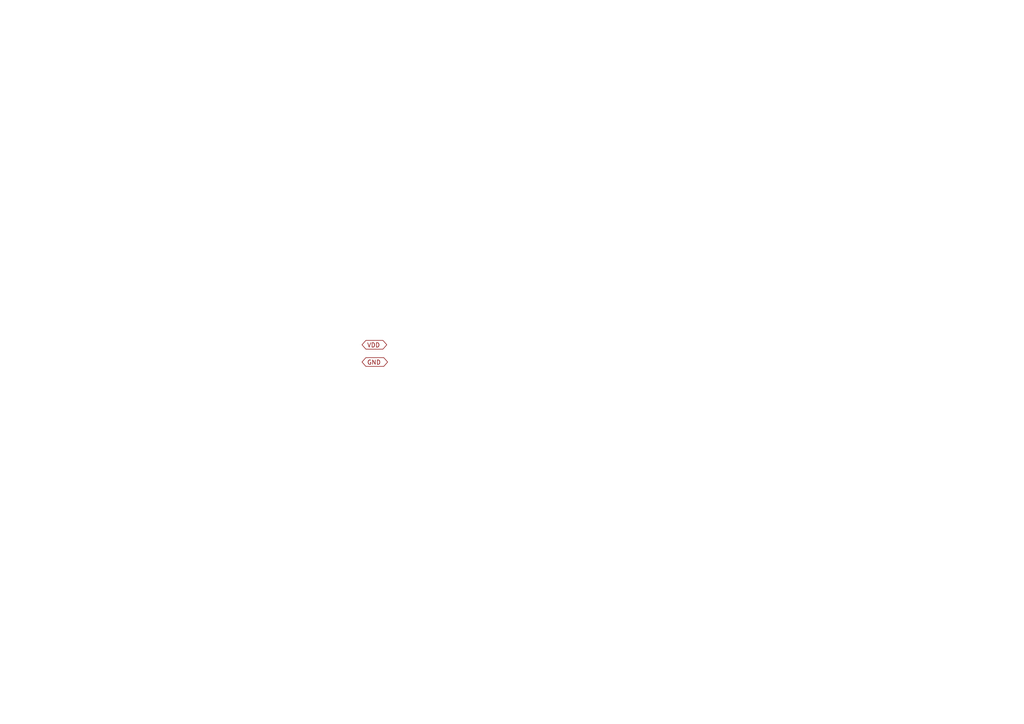
<source format=kicad_sch>
(kicad_sch (version 20231120) (generator "eeschema")
  (uuid "test-missing-decap-001")

  (lib_symbols)

  (symbol (lib_id "MCU_ST_STM32F1:STM32F103C8Tx") (at 100 100 0) (unit 1)
    (uuid "ic-001")
    (property "Reference" "U1" (at 100 95 0))
    (property "Value" "STM32F103C8Tx" (at 100 105 0))
    (pin "1" (uuid "pin-u1-1"))
    (pin "2" (uuid "pin-u1-2"))
  )

  (global_label "VDD" (at 105 100 0)
    (uuid "label-vdd")
  )

  (global_label "GND" (at 105 105 0)
    (uuid "label-gnd")
  )
)

</source>
